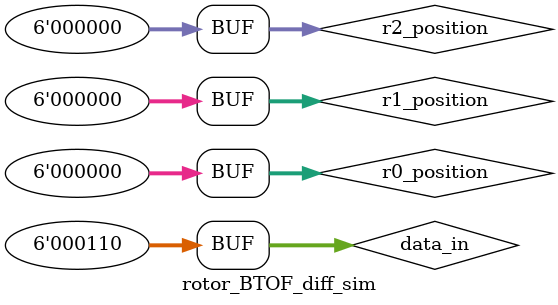
<source format=v>
`timescale 1ns / 1ps


module rotor_BTOF_diff_sim(

    );
    
reg [5:0]data_in;
wire [5:0]data_out;
reg [5:0]r0_position;
reg [5:0]r1_position;
reg [5:0]r2_position;
initial
begin
r0_position=6'd0;
r1_position=6'd0;
r2_position=6'd0;
end
rotor_BTOF_diff_test rbtofdiff_sim (.data_in(data_in),
.data_out(data_out),
.r0_position(r0_position),
.r1_position(r1_position),
.r2_position(r2_position));

initial
begin
data_in=6'd0;
#5 data_in=6'd6;
end

endmodule

</source>
